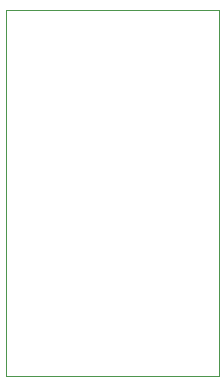
<source format=gm1>
G04 #@! TF.GenerationSoftware,KiCad,Pcbnew,7.0.1-3b83917a11~172~ubuntu22.04.1*
G04 #@! TF.CreationDate,2023-07-24T14:11:42+02:00*
G04 #@! TF.ProjectId,mag_touch2x2,6d61675f-746f-4756-9368-3278322e6b69,rev?*
G04 #@! TF.SameCoordinates,Original*
G04 #@! TF.FileFunction,Profile,NP*
%FSLAX46Y46*%
G04 Gerber Fmt 4.6, Leading zero omitted, Abs format (unit mm)*
G04 Created by KiCad (PCBNEW 7.0.1-3b83917a11~172~ubuntu22.04.1) date 2023-07-24 14:11:42*
%MOMM*%
%LPD*%
G01*
G04 APERTURE LIST*
G04 #@! TA.AperFunction,Profile*
%ADD10C,0.100000*%
G04 #@! TD*
G04 APERTURE END LIST*
D10*
X16000000Y-33540000D02*
X34000000Y-33540000D01*
X34000000Y-64540000D01*
X16000000Y-64540000D01*
X16000000Y-33540000D01*
M02*

</source>
